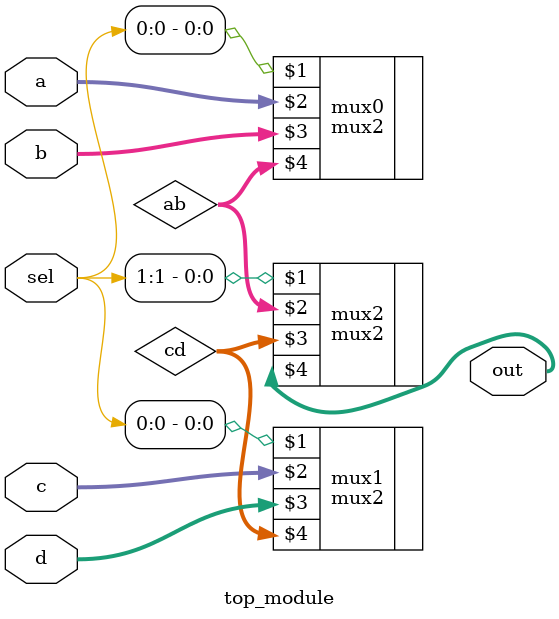
<source format=v>
module top_module (
		   input [1:0] 	sel,
		   input [7:0] 	a,
		   input [7:0] 	b,
		   input [7:0] 	c,
		   input [7:0] 	d,
		   output [7:0] out  ); //

   wire [7:0] 			ab, cd;
   mux2 mux0 ( sel[0],    a,    b, ab );
   mux2 mux1 ( sel[0],    c,    d, cd );
   mux2 mux2 ( sel[1], ab, cd,  out );

endmodule

</source>
